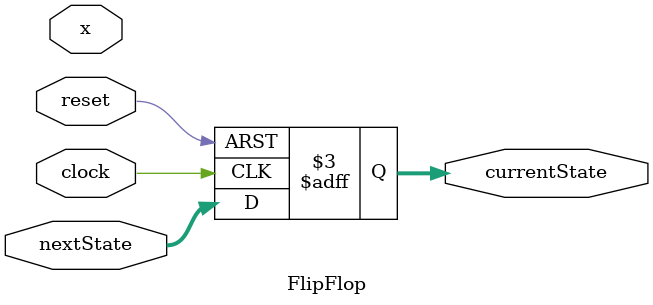
<source format=v>
module FlipFlop
(
	input clock,reset,x,
	input [2:0] nextState,
	output reg [2:0] currentState	
);

always@(posedge clock,posedge reset)
begin
	if(reset == 1)
	 	currentState <= 3'b000;
	else 
		currentState <= nextState;		
end

endmodule


</source>
